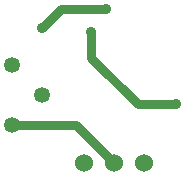
<source format=gbl>
G75*
G70*
%OFA0B0*%
%FSLAX24Y24*%
%IPPOS*%
%LPD*%
%AMOC8*
5,1,8,0,0,1.08239X$1,22.5*
%
%ADD10C,0.0531*%
%ADD11C,0.0600*%
%ADD12C,0.0300*%
%ADD13C,0.0357*%
D10*
X003275Y002900D03*
X004275Y003900D03*
X003275Y004900D03*
D11*
X005650Y001650D03*
X006650Y001650D03*
X007650Y001650D03*
D12*
X006650Y001650D02*
X005400Y002900D01*
X003275Y002900D01*
X005900Y005150D02*
X005900Y006025D01*
X006400Y006775D02*
X004900Y006775D01*
X004275Y006150D01*
X005900Y005150D02*
X007450Y003600D01*
X008725Y003600D01*
D13*
X008725Y003600D03*
X005900Y006025D03*
X006400Y006775D03*
X004275Y006150D03*
M02*

</source>
